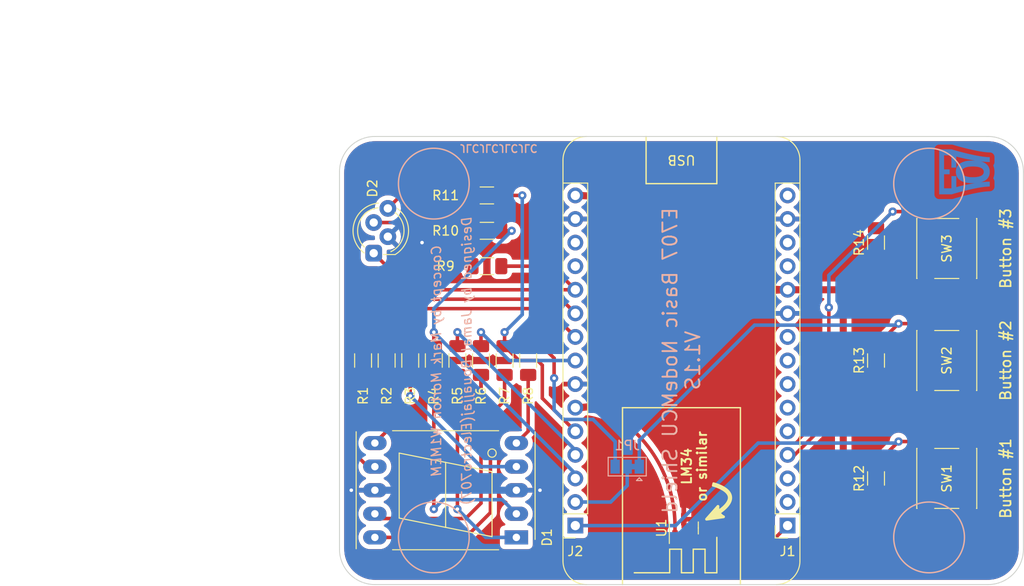
<source format=kicad_pcb>
(kicad_pcb (version 20210228) (generator pcbnew)
  (layers (0 "F.Cu" signal) (31 "B.Cu" signal) (34 "B.Paste" user) (35 "F.Paste" user) (36 "B.SilkS" user "B.Silkscreen") (37 "F.SilkS" user "F.Silkscreen") (38 "B.Mask" user) (39 "F.Mask" user) (44 "Edge.Cuts" user))
  (net 0 "")
  (net 1 "Net-(D1-Pad4)")
  (net 2 "+3V3")
  (net 3 "/BT2")
  (net 4 "/BT1")
  (net 5 "/SEGG")
  (net 6 "/SEGF")
  (net 7 "/SEGE")
  (net 8 "/SEGD")
  (net 9 "/SEGC")
  (net 10 "/SEGB")
  (net 11 "/SEGA")
  (net 12 "GND")
  (net 13 "Net-(D1-Pad2)")
  (net 21 "Net-(D1-Pad5)")
  (net 22 "/TEMP")
  (net 23 "Net-(D1-Pad1)")
  (net 27 "Net-(D1-Pad9)")
  (net 28 "Net-(D1-Pad10)")
  (net 29 "Net-(D2-Pad1)")
  (net 30 "Net-(D2-Pad3)")
  (net 33 "Net-(D2-Pad4)")
  (net 34 "/BT3")
  (net 35 "Net-(D1-Pad7)")
  (net 36 "Net-(D1-Pad6)")
  (net 37 "/SEGDP")
  (net 38 "/IO-C1")
  (footprint "Resistor_SMD:R_1206_3216Metric_Pad1.30x1.75mm_HandSolder" (layer "F.Cu") (at 170.18 51.435 -90)
    (fp_text reference "R2" (at 3.81 0 90) (layer "F.SilkS"))
    (fp_text value "330")
    (pad "1" smd roundrect (at -1.55 0 270) (size 1.3 1.75) (layers "F.Cu" "F.Paste" "F.Mask") (roundrect_rratio 0.1923076923076923) (net 10 "/SEGB"))
    (pad "2" smd roundrect (at 1.55 0 270) (size 1.3 1.75) (layers "F.Cu" "F.Paste" "F.Mask") (roundrect_rratio 0.1923076923076923) (net 36 "Net-(D1-Pad6)"))
  )
  (footprint "Resistor_SMD:R_1206_3216Metric_Pad1.30x1.75mm_HandSolder" (layer "F.Cu") (at 180.975 41.275 180)
    (fp_text reference "R9" (at 4.445 0) (layer "F.SilkS"))
    (fp_text value "330")
    (pad "1" smd roundrect (at -1.55 0 180) (size 1.3 1.75) (layers "F.Cu" "F.Paste" "F.Mask") (roundrect_rratio 0.1923076923076923) (net 11 "/SEGA"))
    (pad "2" smd roundrect (at 1.55 0 180) (size 1.3 1.75) (layers "F.Cu" "F.Paste" "F.Mask") (roundrect_rratio 0.1923076923076923) (net 29 "Net-(D2-Pad1)"))
  )
  (footprint "Resistor_SMD:R_1206_3216Metric_Pad1.30x1.75mm_HandSolder" (layer "F.Cu") (at 182.88 51.435 -90)
    (fp_text reference "R7" (at 3.81 0 90) (layer "F.SilkS"))
    (fp_text value "330")
    (pad "1" smd roundrect (at -1.55 0 270) (size 1.3 1.75) (layers "F.Cu" "F.Paste" "F.Mask") (roundrect_rratio 0.1923076923076923) (net 5 "/SEGG"))
    (pad "2" smd roundrect (at 1.55 0 270) (size 1.3 1.75) (layers "F.Cu" "F.Paste" "F.Mask") (roundrect_rratio 0.1923076923076923) (net 28 "Net-(D1-Pad10)"))
  )
  (footprint "Logo:NPN_6x6mm" (layer "F.Cu") (at 220.98 31.115 90)
    (fp_text reference "Ref**" hide)
    (fp_text value "Val**" hide)
  )
  (footprint "Button_Switch_SMD:SW_Push_1P1T_NO_6x6mm_H9.5mm" (layer "F.Cu") (at 230.505 39.37 90)
    (fp_text reference "SW3" (at 0 0 90) (layer "F.SilkS"))
    (fp_text value "SW_Push")
    (pad "1" smd rect (at -3.975 -2.25 90) (size 1.55 1.3) (layers "F.Cu" "F.Paste" "F.Mask") (net 34 "/BT3"))
    (pad "1" smd rect (at 3.975 -2.25 90) (size 1.55 1.3) (layers "F.Cu" "F.Paste" "F.Mask") (net 34 "/BT3"))
    (pad "2" smd rect (at -3.975 2.25 90) (size 1.55 1.3) (layers "F.Cu" "F.Paste" "F.Mask") (net 12 "GND"))
    (pad "2" smd rect (at 3.975 2.25 90) (size 1.55 1.3) (layers "F.Cu" "F.Paste" "F.Mask") (net 12 "GND"))
  )
  (footprint "Resistor_SMD:R_1206_3216Metric_Pad1.30x1.75mm_HandSolder" (layer "F.Cu") (at 222.885 64.135 90)
    (fp_text reference "R12" (at 0 -1.82 90) (layer "F.SilkS"))
    (fp_text value "1k")
    (pad "1" smd roundrect (at -1.55 0 90) (size 1.3 1.75) (layers "F.Cu" "F.Paste" "F.Mask") (roundrect_rratio 0.1923076923076923) (net 2 "+3V3"))
    (pad "2" smd roundrect (at 1.55 0 90) (size 1.3 1.75) (layers "F.Cu" "F.Paste" "F.Mask") (roundrect_rratio 0.1923076923076923) (net 4 "/BT1"))
  )
  (footprint "Resistor_SMD:R_1206_3216Metric_Pad1.30x1.75mm_HandSolder" (layer "F.Cu") (at 172.72 51.435 -90)
    (fp_text reference "R3" (at 3.81 0 90) (layer "F.SilkS"))
    (fp_text value "330")
    (pad "1" smd roundrect (at -1.55 0 270) (size 1.3 1.75) (layers "F.Cu" "F.Paste" "F.Mask") (roundrect_rratio 0.1923076923076923) (net 9 "/SEGC"))
    (pad "2" smd roundrect (at 1.55 0 270) (size 1.3 1.75) (layers "F.Cu" "F.Paste" "F.Mask") (roundrect_rratio 0.1923076923076923) (net 1 "Net-(D1-Pad4)"))
  )
  (footprint "Resistor_SMD:R_1206_3216Metric_Pad1.30x1.75mm_HandSolder" (layer "F.Cu") (at 185.42 51.435 -90)
    (fp_text reference "R8" (at 3.81 0 90) (layer "F.SilkS"))
    (fp_text value "330")
    (pad "1" smd roundrect (at -1.55 0 270) (size 1.3 1.75) (layers "F.Cu" "F.Paste" "F.Mask") (roundrect_rratio 0.1923076923076923) (net 37 "/SEGDP"))
    (pad "2" smd roundrect (at 1.55 0 270) (size 1.3 1.75) (layers "F.Cu" "F.Paste" "F.Mask") (roundrect_rratio 0.1923076923076923) (net 21 "Net-(D1-Pad5)"))
  )
  (footprint "Resistor_SMD:R_1206_3216Metric_Pad1.30x1.75mm_HandSolder" (layer "F.Cu") (at 222.885 38.735 90)
    (fp_text reference "R14" (at 0 -1.82 90) (layer "F.SilkS"))
    (fp_text value "1k")
    (pad "1" smd roundrect (at -1.55 0 90) (size 1.3 1.75) (layers "F.Cu" "F.Paste" "F.Mask") (roundrect_rratio 0.1923076923076923) (net 2 "+3V3"))
    (pad "2" smd roundrect (at 1.55 0 90) (size 1.3 1.75) (layers "F.Cu" "F.Paste" "F.Mask") (roundrect_rratio 0.1923076923076923) (net 34 "/BT3"))
  )
  (footprint "Resistor_SMD:R_1206_3216Metric_Pad1.30x1.75mm_HandSolder" (layer "F.Cu") (at 222.885 51.435 90)
    (fp_text reference "R13" (at 0 -1.82 90) (layer "F.SilkS"))
    (fp_text value "1k")
    (pad "1" smd roundrect (at -1.55 0 90) (size 1.3 1.75) (layers "F.Cu" "F.Paste" "F.Mask") (roundrect_rratio 0.1923076923076923) (net 2 "+3V3"))
    (pad "2" smd roundrect (at 1.55 0 90) (size 1.3 1.75) (layers "F.Cu" "F.Paste" "F.Mask") (roundrect_rratio 0.1923076923076923) (net 3 "/BT2"))
  )
  (footprint "Resistor_SMD:R_1206_3216Metric_Pad1.30x1.75mm_HandSolder" (layer "F.Cu") (at 180.975 33.655 180)
    (fp_text reference "R11" (at 4.445 0) (layer "F.SilkS"))
    (fp_text value "330")
    (pad "1" smd roundrect (at -1.55 0 180) (size 1.3 1.75) (layers "F.Cu" "F.Paste" "F.Mask") (roundrect_rratio 0.1923076923076923) (net 5 "/SEGG"))
    (pad "2" smd roundrect (at 1.55 0 180) (size 1.3 1.75) (layers "F.Cu" "F.Paste" "F.Mask") (roundrect_rratio 0.1923076923076923) (net 33 "Net-(D2-Pad4)"))
  )
  (footprint "Button_Switch_SMD:SW_Push_1P1T_NO_6x6mm_H9.5mm" (layer "F.Cu") (at 230.505 64.135 90)
    (fp_text reference "SW1" (at 0 0 90) (layer "F.SilkS"))
    (fp_text value "SW_Push")
    (pad "1" smd rect (at 3.975 -2.25 90) (size 1.55 1.3) (layers "F.Cu" "F.Paste" "F.Mask") (net 4 "/BT1"))
    (pad "1" smd rect (at -3.975 -2.25 90) (size 1.55 1.3) (layers "F.Cu" "F.Paste" "F.Mask") (net 4 "/BT1"))
    (pad "2" smd rect (at 3.975 2.25 90) (size 1.55 1.3) (layers "F.Cu" "F.Paste" "F.Mask") (net 12 "GND"))
    (pad "2" smd rect (at -3.975 2.25 90) (size 1.55 1.3) (layers "F.Cu" "F.Paste" "F.Mask") (net 12 "GND"))
  )
  (footprint "Package_TO_SOT_SMD:SOT-23" (layer "F.Cu") (at 202.184 69.469 90)
    (fp_text reference "U1" (at 0 -2.4 90) (layer "F.SilkS"))
    (fp_text value "MCP9700AT-ETT")
    (pad "1" smd roundrect (at -0.9375 -0.95 90) (size 1.475 0.6) (layers "F.Cu" "F.Paste" "F.Mask") (net 2 "+3V3"))
    (pad "2" smd roundrect (at -0.9375 0.95 90) (size 1.475 0.6) (layers "F.Cu" "F.Paste" "F.Mask") (net 22 "/TEMP"))
    (pad "3" smd roundrect (at 0.9375 0 90) (size 1.475 0.6) (layers "F.Cu" "F.Paste" "F.Mask") (net 12 "GND"))
  )
  (footprint "Resistor_SMD:R_1206_3216Metric_Pad1.30x1.75mm_HandSolder" (layer "F.Cu") (at 180.34 51.435 -90)
    (fp_text reference "R6" (at 3.81 0 90) (layer "F.SilkS"))
    (fp_text value "330")
    (pad "1" smd roundrect (at -1.55 0 270) (size 1.3 1.75) (layers "F.Cu" "F.Paste" "F.Mask") (roundrect_rratio 0.1923076923076923) (net 6 "/SEGF"))
    (pad "2" smd roundrect (at 1.55 0 270) (size 1.3 1.75) (layers "F.Cu" "F.Paste" "F.Mask") (roundrect_rratio 0.1923076923076923) (net 27 "Net-(D1-Pad9)"))
  )
  (footprint "Resistor_SMD:R_1206_3216Metric_Pad1.30x1.75mm_HandSolder" (layer "F.Cu") (at 180.975 37.465 180)
    (fp_text reference "R10" (at 4.445 0) (layer "F.SilkS"))
    (fp_text value "330")
    (pad "1" smd roundrect (at -1.55 0 180) (size 1.3 1.75) (layers "F.Cu" "F.Paste" "F.Mask") (roundrect_rratio 0.1923076923076923) (net 8 "/SEGD"))
    (pad "2" smd roundrect (at 1.55 0 180) (size 1.3 1.75) (layers "F.Cu" "F.Paste" "F.Mask") (roundrect_rratio 0.1923076923076923) (net 30 "Net-(D2-Pad3)"))
  )
  (footprint "Resistor_SMD:R_1206_3216Metric_Pad1.30x1.75mm_HandSolder" (layer "F.Cu") (at 167.64 51.435 -90)
    (fp_text reference "R1" (at 3.81 0 -90) (layer "F.SilkS"))
    (fp_text value "330")
    (pad "1" smd roundrect (at -1.55 0 270) (size 1.3 1.75) (layers "F.Cu" "F.Paste" "F.Mask") (roundrect_rratio 0.1923076923076923) (net 11 "/SEGA"))
    (pad "2" smd roundrect (at 1.55 0 270) (size 1.3 1.75) (layers "F.Cu" "F.Paste" "F.Mask") (roundrect_rratio 0.1923076923076923) (net 35 "Net-(D1-Pad7)"))
  )
  (footprint "Connector_PinSocket_2.54mm:PinSocket_1x15_P2.54mm_Vertical" (layer "F.Cu") (at 213.36 69.215 180)
    (fp_text reference "J1" (at 0 -2.77 180) (layer "F.SilkS"))
    (fp_text value "Conn_01x15_Female")
    (pad "1" thru_hole rect (at 0 0 180) (size 1.7 1.7) (drill 1) (layers *.Cu *.Mask) (net 22 "/TEMP"))
    (pad "2" thru_hole oval (at 0 2.54 180) (size 1.7 1.7) (drill 1) (layers *.Cu *.Mask))
    (pad "3" thru_hole oval (at 0 5.08 180) (size 1.7 1.7) (drill 1) (layers *.Cu *.Mask))
    (pad "4" thru_hole oval (at 0 7.62 180) (size 1.7 1.7) (drill 1) (layers *.Cu *.Mask) (net 34 "/BT3"))
    (pad "5" thru_hole oval (at 0 10.16 180) (size 1.7 1.7) (drill 1) (layers *.Cu *.Mask))
    (pad "6" thru_hole oval (at 0 12.7 180) (size 1.7 1.7) (drill 1) (layers *.Cu *.Mask))
    (pad "7" thru_hole oval (at 0 15.24 180) (size 1.7 1.7) (drill 1) (layers *.Cu *.Mask))
    (pad "8" thru_hole oval (at 0 17.78 180) (size 1.7 1.7) (drill 1) (layers *.Cu *.Mask))
    (pad "9" thru_hole oval (at 0 20.32 180) (size 1.7 1.7) (drill 1) (layers *.Cu *.Mask))
    (pad "10" thru_hole oval (at 0 22.86 180) (size 1.7 1.7) (drill 1) (layers *.Cu *.Mask) (net 12 "GND"))
    (pad "11" thru_hole oval (at 0 25.4 180) (size 1.7 1.7) (drill 1) (layers *.Cu *.Mask) (net 2 "+3V3"))
    (pad "12" thru_hole oval (at 0 27.94 180) (size 1.7 1.7) (drill 1) (layers *.Cu *.Mask))
    (pad "13" thru_hole oval (at 0 30.48 180) (size 1.7 1.7) (drill 1) (layers *.Cu *.Mask))
    (pad "14" thru_hole oval (at 0 33.02 180) (size 1.7 1.7) (drill 1) (layers *.Cu *.Mask) (net 12 "GND"))
    (pad "15" thru_hole oval (at 0 35.56 180) (size 1.7 1.7) (drill 1) (layers *.Cu *.Mask))
  )
  (footprint "Connector_PinSocket_2.54mm:PinSocket_1x15_P2.54mm_Vertical" (layer "F.Cu") (at 190.5 69.215 180)
    (fp_text reference "J2" (at 0 -2.77 180) (layer "F.SilkS"))
    (fp_text value "Conn_01x15_Female")
    (pad "1" thru_hole rect (at 0 0 180) (size 1.7 1.7) (drill 1) (layers *.Cu *.Mask) (net 4 "/BT1"))
    (pad "2" thru_hole oval (at 0 2.54 180) (size 1.7 1.7) (drill 1) (layers *.Cu *.Mask) (net 38 "/IO-C1"))
    (pad "3" thru_hole oval (at 0 5.08 180) (size 1.7 1.7) (drill 1) (layers *.Cu *.Mask) (net 8 "/SEGD"))
    (pad "4" thru_hole oval (at 0 7.62 180) (size 1.7 1.7) (drill 1) (layers *.Cu *.Mask) (net 7 "/SEGE"))
    (pad "5" thru_hole oval (at 0 10.16 180) (size 1.7 1.7) (drill 1) (layers *.Cu *.Mask) (net 5 "/SEGG"))
    (pad "6" thru_hole oval (at 0 12.7 180) (size 1.7 1.7) (drill 1) (layers *.Cu *.Mask) (net 2 "+3V3"))
    (pad "7" thru_hole oval (at 0 15.24 180) (size 1.7 1.7) (drill 1) (layers *.Cu *.Mask) (net 12 "GND"))
    (pad "8" thru_hole oval (at 0 17.78 180) (size 1.7 1.7) (drill 1) (layers *.Cu *.Mask) (net 6 "/SEGF"))
    (pad "9" thru_hole oval (at 0 20.32 180) (size 1.7 1.7) (drill 1) (layers *.Cu *.Mask) (net 9 "/SEGC"))
    (pad "10" thru_hole oval (at 0 22.86 180) (size 1.7 1.7) (drill 1) (layers *.Cu *.Mask) (net 10 "/SEGB"))
    (pad "11" thru_hole oval (at 0 25.4 180) (size 1.7 1.7) (drill 1) (layers *.Cu *.Mask) (net 11 "/SEGA"))
    (pad "12" thru_hole oval (at 0 27.94 180) (size 1.7 1.7) (drill 1) (layers *.Cu *.Mask))
    (pad "13" thru_hole oval (at 0 30.48 180) (size 1.7 1.7) (drill 1) (layers *.Cu *.Mask))
    (pad "14" thru_hole oval (at 0 33.02 180) (size 1.7 1.7) (drill 1) (layers *.Cu *.Mask) (net 12 "GND"))
    (pad "15" thru_hole oval (at 0 35.56 180) (size 1.7 1.7) (drill 1) (layers *.Cu *.Mask) (net 2 "+3V3"))
  )
  (footprint "Resistor_SMD:R_1206_3216Metric_Pad1.30x1.75mm_HandSolder" (layer "F.Cu") (at 175.26 51.435 -90)
    (fp_text reference "R4" (at 3.81 0 90) (layer "F.SilkS"))
    (fp_text value "330")
    (pad "1" smd roundrect (at -1.55 0 270) (size 1.3 1.75) (layers "F.Cu" "F.Paste" "F.Mask") (roundrect_rratio 0.1923076923076923) (net 8 "/SEGD"))
    (pad "2" smd roundrect (at 1.55 0 270) (size 1.3 1.75) (layers "F.Cu" "F.Paste" "F.Mask") (roundrect_rratio 0.1923076923076923) (net 13 "Net-(D1-Pad2)"))
  )
  (footprint "Resistor_SMD:R_1206_3216Metric_Pad1.30x1.75mm_HandSolder" (layer "F.Cu") (at 177.8 51.435 -90)
    (fp_text reference "R5" (at 3.81 0 90) (layer "F.SilkS"))
    (fp_text value "330")
    (pad "1" smd roundrect (at -1.55 0 270) (size 1.3 1.75) (layers "F.Cu" "F.Paste" "F.Mask") (roundrect_rratio 0.1923076923076923) (net 7 "/SEGE"))
    (pad "2" smd roundrect (at 1.55 0 270) (size 1.3 1.75) (layers "F.Cu" "F.Paste" "F.Mask") (roundrect_rratio 0.1923076923076923) (net 23 "Net-(D1-Pad1)"))
  )
  (footprint "Button_Switch_SMD:SW_Push_1P1T_NO_6x6mm_H9.5mm" (layer "F.Cu") (at 230.505 51.435 90)
    (fp_text reference "SW2" (at 0 0 90) (layer "F.SilkS"))
    (fp_text value "SW_Push")
    (pad "1" smd rect (at 3.975 -2.25 90) (size 1.55 1.3) (layers "F.Cu" "F.Paste" "F.Mask") (net 3 "/BT2"))
    (pad "1" smd rect (at -3.975 -2.25 90) (size 1.55 1.3) (layers "F.Cu" "F.Paste" "F.Mask") (net 3 "/BT2"))
    (pad "2" smd rect (at -3.975 2.25 90) (size 1.55 1.3) (layers "F.Cu" "F.Paste" "F.Mask") (net 12 "GND"))
    (pad "2" smd rect (at 3.975 2.25 90) (size 1.55 1.3) (layers "F.Cu" "F.Paste" "F.Mask") (net 12 "GND"))
  )
  (footprint "Display_7Segment:7SegmentLED_LTS6760_LTS6780" (layer "F.Cu") (at 184.15 70.485 180)
    (fp_text reference "D1" (at -3.302 0 90) (layer "F.SilkS"))
    (fp_text value "SM420561N")
    (pad "1" thru_hole rect (at 0 0 90) (size 1.524 2.524) (drill 0.8) (layers *.Cu *.Mask) (net 23 "Net-(D1-Pad1)"))
    (pad "2" thru_hole oval (at 0 2.54 90) (size 1.524 2.524) (drill 0.8) (layers *.Cu *.Mask) (net 13 "Net-(D1-Pad2)"))
    (pad "3" thru_hole oval (at 0 5.08 90) (size 1.524 2.524) (drill 0.8) (layers *.Cu *.Mask) (net 12 "GND"))
    (pad "4" thru_hole oval (at 0 7.62 90) (size 1.524 2.524) (drill 0.8) (layers *.Cu *.Mask) (net 1 "Net-(D1-Pad4)"))
    (pad "5" thru_hole oval (at 0 10.16 90) (size 1.524 2.524) (drill 0.8) (layers *.Cu *.Mask) (net 21 "Net-(D1-Pad5)"))
    (pad "6" thru_hole oval (at 15.24 10.16 90) (size 1.524 2.524) (drill 0.8) (layers *.Cu *.Mask) (net 36 "Net-(D1-Pad6)"))
    (pad "7" thru_hole oval (at 15.24 7.62 90) (size 1.524 2.524) (drill 0.8) (layers *.Cu *.Mask) (net 35 "Net-(D1-Pad7)"))
    (pad "8" thru_hole oval (at 15.24 5.08 90) (size 1.524 2.524) (drill 0.8) (layers *.Cu *.Mask) (net 12 "GND"))
    (pad "9" thru_hole oval (at 15.24 2.54 90) (size 1.524 2.524) (drill 0.8) (layers *.Cu *.Mask) (net 27 "Net-(D1-Pad9)"))
    (pad "10" thru_hole oval (at 15.24 0 90) (size 1.524 2.524) (drill 0.8) (layers *.Cu *.Mask) (net 28 "Net-(D1-Pad10)"))
  )
  (footprint "LED_THT:LED_D5.0mm-4_RGB_Staggered_Pins" (layer "F.Cu") (at 168.785 39.875 90)
    (fp_text reference "D2" (at 6.982 -0.129 90) (layer "F.SilkS"))
    (fp_text value "LED_RKGB")
    (pad "1" thru_hole roundrect (at 0 0 90) (size 1.8 1.8) (drill 0.9) (layers *.Cu *.Mask) (net 29 "Net-(D2-Pad1)"))
    (pad "2" thru_hole circle (at 1.778 1.524 90) (size 1.8 1.8) (drill 0.9) (layers *.Cu *.Mask) (net 12 "GND"))
    (pad "3" thru_hole circle (at 3.302 0 90) (size 1.8 1.8) (drill 0.9) (layers *.Cu *.Mask) (net 30 "Net-(D2-Pad3)"))
    (pad "4" thru_hole circle (at 4.826 1.524 90) (size 1.8 1.8) (drill 0.9) (layers *.Cu *.Mask) (net 33 "Net-(D2-Pad4)"))
  )
  (footprint "Logo:NPN_6x6mm" (layer "B.Cu") (at 220.98 71.755 -90)
    (fp_text reference "Ref**" hide)
    (fp_text value "Val**" hide)
  )
  (footprint "Jumper:SolderJumper-3_P1.3mm_Bridged12_Pad1.0x1.5mm" (layer "B.Cu") (at 196.088 62.865 180)
    (fp_text reference "JP1" (at 0 2.286) (layer "B.SilkS") (effects (justify mirror)))
    (fp_text value "SolderJumper_3_Bridged12")
    (fp_poly (pts (xy -0.9 0.3) (xy -0.4 0.3) (xy -0.4 -0.3) (xy -0.9 -0.3)) (layer "B.Cu") (width 0) (fill solid))
    (pad "1" smd rect (at -1.3 0 180) (size 1 1.5) (layers "B.Cu" "B.Mask") (net 3 "/BT2"))
    (pad "2" smd rect (at 0 0 180) (size 1 1.5) (layers "B.Cu" "B.Mask") (net 38 "/IO-C1"))
    (pad "3" smd rect (at 1.3 0 180) (size 1 1.5) (layers "B.Cu" "B.Mask") (net 37 "/SEGDP"))
  )
  (footprint "Logo:new_707_logo_6x6.6" (layer "B.Cu") (at 232.41 31.115 -90)
    (fp_text reference "G***" hide)
    (fp_text value "LOGO" hide)
    (fp_poly (pts (xy 2.41819 1.372249) (xy 2.396664 1.305673) (xy 2.379427 1.250958) (xy 2.359666 1.185745) (xy 2.337697 1.111195) (xy 2.313836 1.028468) (xy 2.288401 0.938727) (xy 2.261706 0.843133) (xy 2.23407 0.742846) (xy 2.205808 0.639029) (xy 2.177237 0.532842) (xy 2.148673 0.425447) (xy 2.120432 0.318004) (xy 2.092833 0.211677) (xy 2.066189 0.107624) (xy 2.040819 0.007009) (xy 2.021235 -0.071924) (xy 1.956662 -0.339246) (xy 1.897184 -0.595728) (xy 1.842798 -0.841394) (xy 1.793498 -1.076268) (xy 1.749281 -1.300375) (xy 1.710143 -1.513739) (xy 1.67608 -1.716382) (xy 1.647087 -1.90833) (xy 1.62316 -2.089605) (xy 1.604295 -2.260233) (xy 1.590488 -2.420237) (xy 1.581735 -2.569641) (xy 1.580429 -2.602705) (xy 1.576303 -2.718214) (xy 1.062083 -2.718214) (xy 1.062141 -2.638708) (xy 1.063324 -2.554964) (xy 1.066776 -2.461521) (xy 1.072519 -2.358057) (xy 1.080578 -2.24425) (xy 1.090976 -2.119777) (xy 1.103737 -1.984317) (xy 1.118885 -1.837546) (xy 1.125272 -1.778743) (xy 1.125539 -1.770387) (xy 1.123318 -1.772036) (xy 1.118434 -1.784104) (xy 1.110713 -1.807007) (xy 1.102458 -1.833145) (xy 1.058045 -1.961649) (xy 1.007753 -2.079761) (xy 0.951491 -2.187601) (xy 0.889168 -2.285291) (xy 0.820694 -2.37295) (xy 0.745978 -2.4507) (xy 0.664929 -2.51866) (xy 0.577456 -2.576952) (xy 0.519041 -2.60875) (xy 0.438495 -2.644961) (xy 0.356109 -2.673463) (xy 0.270069 -2.694638) (xy 0.178559 -2.708869) (xy 0.079767 -2.716538) (xy 0 -2.718214) (xy -0.105586 -2.715192) (xy -0.202524 -2.705874) (xy -0.29261 -2.68988) (xy -0.377636 -2.666833) (xy -0.459397 -2.636355) (xy -0.518914 -2.608763) (xy -0.575805 -2.578348) (xy -0.626451 -2.546848) (xy -0.674082 -2.511916) (xy -0.721928 -2.471205) (xy -0.767136 -2.42838) (xy -0.837043 -2.352516) (xy -0.900815 -2.268394) (xy -0.958772 -2.175448) (xy -1.011234 -2.073109) (xy -1.058521 -1.96081) (xy -1.100951 -1.837985) (xy -1.102459 -1.833145) (xy -1.112554 -1.801355) (xy -1.119673 -1.780729) (xy -1.123992 -1.770853) (xy -1.125683 -1.77131) (xy -1.125272 -1.778743) (xy -1.109211 -1.929896) (xy -1.095546 -2.069616) (xy -1.084253 -2.198226) (xy -1.075308 -2.316048) (xy -1.068687 -2.423404) (xy -1.064368 -2.520617) (xy -1.062325 -2.608009) (xy -1.062141 -2.638708) (xy -1.062084 -2.718214) (xy -1.578125 -2.718214) (xy -1.578212 -2.66871) (xy -1.578816 -2.634732) (xy -1.580429 -2.591312) (xy -1.582904 -2.540957) (xy -1.586093 -2.486169) (xy -1.589848 -2.429455) (xy -1.594021 -2.373318) (xy -1.598464 -2.320262) (xy -1.599378 -2.310182) (xy -1.6157 -2.152954) (xy -1.636703 -1.985137) (xy -1.6623 -1.807156) (xy -1.674009 -1.734137) (xy -1.13409 -1.734137) (xy -1.131894 -1.739076) (xy -1.130089 -1.738137) (xy -1.129371 -1.731016) (xy -1.130089 -1.730137) (xy -1.133657 -1.73096) (xy -1.13409 -1.734137) (xy -1.674009 -1.734137) (xy -1.692403 -1.619436) (xy -1.726926 -1.422401) (xy -1.76578 -1.216477) (xy -1.80888 -1.002087) (xy -1.856137 -0.779656) (xy -1.907464 -0.549609) (xy -1.962775 -0.312371) (xy -2.021982 -0.068366) (xy -2.084998 0.181981) (xy -2.151735 0.438246) (xy -2.203089 0.630049) (xy -2.219704 0.690959) (xy -2.237759 0.756343) (xy -2.256807 0.824641) (xy -2.276402 0.894294) (xy -2.296098 0.963742) (xy -2.315448 1.031426) (xy -2.334005 1.095787) (xy -2.351324 1.155264) (xy -2.366958 1.208298) (xy -2.38046 1.25333) (xy -2.391384 1.2888) (xy -2.394035 1.297164) (xy -2.418191 1.372723) (xy -2.418191 2.202173) (xy -1.782141 2.202173) (xy -1.782141 1.39811) (xy -0.462037 1.39811) (xy -0.462037 0.882069) (xy -1.654092 0.882069) (xy -1.633705 0.811564) (xy -1.612682 0.736506) (xy -1.589905 0.650823) (xy -1.565654 0.555718) (xy -1.540209 0.452391) (xy -1.513853 0.342047) (xy -1.486865 0.225886) (xy -1.459526 0.10511) (xy -1.432117 -0.019077) (xy -1.404919 -0.145475) (xy -1.378213 -0.27288) (xy -1.362191 -0.351028) (xy -1.352471 -0.399569) (xy -1.341455 -0.455802) (xy -1.329457 -0.518034) (xy -1.31679 -0.584571) (xy -1.303767 -0.65372) (xy -1.290703 -0.723787) (xy -1.277909 -0.79308) (xy -1.265701 -0.859905) (xy -1.25439 -0.922568) (xy -1.244291 -0.979376) (xy -1.235718 -1.028636) (xy -1.228983 -1.068654) (xy -1.226416 -1.084586) (xy -1.222177 -1.111285) (xy -1.218678 -1.132997) (xy -1.216301 -1.147371) (xy -1.215433 -1.152091) (xy -1.215361 -1.1463) (xy -1.215293 -1.129757) (xy -1.215233 -1.103716) (xy -1.215182 -1.069426) (xy -1.215141 -1.028139) (xy -1.215113 -0.981104) (xy -1.215098 -0.929573) (xy -1.215096 -0.904572) (xy -1.215015 -0.871861) (xy -0.578397 -0.871861) (xy -0.578368 -0.935562) (xy -0.577835 -0.998034) (xy -0.576798 -1.057076) (xy -0.575256 -1.110484) (xy -0.57321 -1.156055) (xy -0.570978 -1.188094) (xy -0.556224 -1.321629) (xy -0.536432 -1.444449) (xy -0.511613 -1.556531) (xy -0.481779 -1.657853) (xy -0.446943 -1.748394) (xy -0.407116 -1.82813) (xy -0.36231 -1.89704) (xy -0.312538 -1.955102) (xy -0.25781 -2.002293) (xy -0.198138 -2.038592) (xy -0.133536 -2.063975) (xy -0.09602 -2.073253) (xy -0.050254 -2.07936) (xy 0.001035 -2.081273) (xy 0.052118 -2.078981) (xy 0.09136 -2.073667) (xy 0.159442 -2.054712) (xy 0.222489 -2.024867) (xy 0.2805 -1.984133) (xy 0.333473 -1.932515) (xy 0.381405 -1.870017) (xy 0.424295 -1.796641) (xy 0.452373 -1.734137) (xy 1.128089 -1.734137) (xy 1.130284 -1.739076) (xy 1.132089 -1.738137) (xy 1.132807 -1.731016) (xy 1.132089 -1.730137) (xy 1.128522 -1.73096) (xy 1.128089 -1.734137) (xy 0.452373 -1.734137) (xy 0.462142 -1.712392) (xy 0.494942 -1.617273) (xy 0.522695 -1.511286) (xy 0.545397 -1.394437) (xy 0.563049 -1.266728) (xy 0.570935 -1.188094) (xy 0.573405 -1.151406) (xy 0.575377 -1.104927) (xy 0.576849 -1.050857) (xy 0.577823 -0.991397) (xy 0.578297 -0.928746) (xy 0.578272 -0.865104) (xy 0.577749 -0.802671) (xy 0.576726 -0.743647) (xy 0.575204 -0.690232) (xy 0.573183 -0.644626) (xy 0.570935 -0.612049) (xy 0.556355 -0.479006) (xy 0.536862 -0.356852) (xy 0.512432 -0.245519) (xy 0.48304 -0.144936) (xy 0.448665 -0.055034) (xy 0.409281 0.024256) (xy 0.364867 0.093006) (xy 0.315398 0.151283) (xy 0.31284 0.153874) (xy 0.257941 0.201361) (xy 0.198552 0.237786) (xy 0.134369 0.263275) (xy 0.06509 0.277952) (xy 0 0.282022) (xy -0.074317 0.276576) (xy -0.143596 0.260237) (xy -0.207838 0.233005) (xy -0.267042 0.194882) (xy -0.321209 0.145866) (xy -0.370339 0.085958) (xy -0.414431 0.015158) (xy -0.453485 -0.066535) (xy -0.487502 -0.159119) (xy -0.516481 -0.262595) (xy -0.540422 -0.376962) (xy -0.559325 -0.502222) (xy -0.570978 -0.612049) (xy -0.57347 -0.648842) (xy -0.575458 -0.695424) (xy -0.576942 -0.749589) (xy -0.577922 -0.809136) (xy -0.578397 -0.871861) (xy -1.215015 -0.871861) (xy -1.214898 -0.82518) (xy -1.214226 -0.755741) (xy -1.212967 -0.694214) (xy -1.211005 -0.638555) (xy -1.208226 -0.586722) (xy -1.204515 -0.536674) (xy -1.199758 -0.486368) (xy -1.193839 -0.433761) (xy -1.186645 -0.376812) (xy -1.184599 -0.361397) (xy -1.160031 -0.208353) (xy -1.128529 -0.064457) (xy -1.090144 0.07015) (xy -1.044928 0.195327) (xy -0.992933 0.310934) (xy -0.934209 0.41683) (xy -0.868809 0.512876) (xy -0.8588 0.525945) (xy -0.833528 0.556539) (xy -0.802865 0.590706) (xy -0.769514 0.625669) (xy -0.73618 0.65865) (xy -0.705566 0.68687) (xy -0.687054 0.70242) (xy -0.601033 0.762983) (xy -0.508032 0.814086) (xy -0.408848 0.855413) (xy -0.304273 0.886649) (xy -0.195102 0.907477) (xy -0.160749 0.911739) (xy -0.123095 0.914741) (xy -0.076914 0.916737) (xy -0.025639 0.917727) (xy 0.027298 0.917711) (xy 0.078465 0.916689) (xy 0.124429 0.914662) (xy 0.160749 0.911739) (xy 0.273215 0.893972) (xy 0.379749 0.865814) (xy 0.480274 0.827347) (xy 0.574716 0.778654) (xy 0.663001 0.719817) (xy 0.745051 0.65092) (xy 0.820794 0.572043) (xy 0.890153 0.483272) (xy 0.953054 0.384687) (xy 1.009422 0.276372) (xy 1.059181 0.158409) (xy 1.102256 0.03088) (xy 1.138573 -0.10613) (xy 1.155145 -0.183015) (xy 1.169905 -0.261514) (xy 1.182255 -0.337648) (xy 1.192356 -0.413346) (xy 1.20037 -0.490535) (xy 1.206457 -0.571143) (xy 1.210779 -0.657099) (xy 1.213496 -0.750329) (xy 1.214769 -0.852763) (xy 1.214912 -0.8989) (xy 1.215095 -1.152749) (xy 1.225683 -1.087915) (xy 1.243951 -0.979149) (xy 1.264227 -0.864046) (xy 1.28626 -0.743771) (xy 1.3098 -0.61949) (xy 1.334598 -0.492369) (xy 1.360403 -0.363574) (xy 1.386966 -0.234271) (xy 1.414036 -0.105625) (xy 1.441363 0.021197) (xy 1.468697 0.145031) (xy 1.495789 0.264709) (xy 1.522388 0.379067) (xy 1.548244 0.486938) (xy 1.573107 0.587156) (xy 1.596728 0.678556) (xy 1.618856 0.759972) (xy 1.631333 0.803615) (xy 1.654266 0.882069) (xy 0.462036 0.882069) (xy 0.462036 1.39811) (xy 1.78214 1.39811) (xy 1.78214 2.202173) (xy 0.25802 2.202173) (xy 0.25802 1.602126) (xy -0.258021 1.602126) (xy -0.258021 2.202173) (xy -1.782141 2.202173) (xy -2.418191 2.202173) (xy -2.418191 2.718214) (xy 2.41819 2.718214) (xy 2.41819 1.372249)) (layer "B.Cu") (width 0.01) (fill solid))
  )
  (gr_circle (center 228.6 32.385) (end 232.41 32.385) (layer "B.SilkS") (width 0.1524) (fill none))
  (gr_circle (center 175.26 70.485) (end 179.07 70.485) (layer "B.SilkS") (width 0.1524) (fill none))
  (gr_circle (center 175.26 32.385) (end 179.07 32.385) (layer "B.SilkS") (width 0.1524) (fill none))
  (gr_circle (center 228.6 70.485) (end 232.41 70.485) (layer "B.SilkS") (width 0.1524) (fill none))
  (gr_arc (start 212.15 73.025) (end 212.15 75.565) (angle -90) (layer "F.SilkS") (width 0.12))
  (gr_line (start 201.93 74.295) (end 203.2 74.295) (layer "F.SilkS") (width 0.15))
  (gr_line (start 203.2 74.295) (end 203.2 71.755) (layer "F.SilkS") (width 0.15))
  (gr_line (start 200.66 74.295) (end 200.66 71.755) (layer "F.SilkS") (width 0.15))
  (gr_poly (pts (xy 206.498786 68.303706) (xy 206.497372 68.305148) (xy 206.495902 68.306527) (xy 206.494382 68.307843) (xy 206.492813 68.309096) (xy 206.491202 68.310279) (xy 206.48954 68.311396) (xy 206.487836 68.312447) (xy 206.486099 68.313426) (xy 206.484319 68.314336) (xy 206.482501 68.315173) (xy 206.480651 68.315937) (xy 206.478772 68.316626) (xy 206.476857 68.317241) (xy 206.474923 68.317776) (xy 206.47296 68.318235) (xy 206.470978 68.318616) (xy 204.638565 68.575974) (xy 204.634458 68.57631) (xy 204.630447 68.576327) (xy 204.626547 68.576037) (xy 204.622764 68.57546) (xy 204.619105 68.574601) (xy 204.615579 68.573476) (xy 204.61219 68.572103) (xy 204.608945 68.570491) (xy 204.60585 68.568651) (xy 204.602922 68.566607) (xy 204.600158 68.564359) (xy 204.597574 68.561928) (xy 204.59517 68.559328) (xy 204.592952 68.55657) (xy 204.590938 68.553665) (xy 204.589126 68.550633) (xy 204.58753 68.547484) (xy 204.586149 68.54423) (xy 204.584999 68.540884) (xy 204.58408 68.537461) (xy 204.583406 68.533977) (xy 204.582983 68.530444) (xy 204.582812 68.526874) (xy 204.582909 68.523279) (xy 204.583272 68.519673) (xy 204.58392 68.516075) (xy 204.584857 68.51249) (xy 204.586082 68.508937) (xy 204.587609 68.505428) (xy 204.589445 68.50198) (xy 204.591597 68.498596) (xy 204.594076 68.495301) (xy 205.823138 67.109564) (xy 205.826262 67.106265) (xy 205.829539 67.103342) (xy 205.832948 67.100778) (xy 205.83647 67.098575) (xy 205.840086 67.096723) (xy 205.843782 67.095208) (xy 205.847541 67.094029) (xy 205.851341 67.093174) (xy 205.85517 67.092631) (xy 205.859003 67.092402) (xy 205.862829 67.092473) (xy 205.866625 67.092834) (xy 205.870381 67.093485) (xy 205.874075 67.094402) (xy 205.877687 67.095595) (xy 205.881202 67.097045) (xy 205.884597 67.098754) (xy 205.887864 67.100699) (xy 205.890982 67.102887) (xy 205.89393 67.105301) (xy 205.896692 67.107935) (xy 205.899249 67.110777) (xy 205.901587 67.113825) (xy 205.903691 67.11707) (xy 205.905532 67.120505) (xy 205.9071 67.124118) (xy 205.908379 67.127901) (xy 205.909347 67.13185) (xy 205.90999 67.135955) (xy 205.910288 67.140201) (xy 205.910224 67.144596) (xy 205.909779 67.149118) (xy 205.905116 67.191113) (xy 205.902135 67.232982) (xy 205.900815 67.274694) (xy 205.901134 67.316197) (xy 205.903072 67.357456) (xy 205.9066 67.398422) (xy 205.911704 67.439056) (xy 205.918359 67.479319) (xy 205.926543 67.519172) (xy 205.936232 67.558559) (xy 205.947407 67.597451) (xy 205.960047 67.6358) (xy 205.974125 67.673565) (xy 205.989624 67.710706) (xy 206.006521 67.747182) (xy 206.024794 67.782948) (xy 206.044421 67.817959) (xy 206.065377 67.852179) (xy 206.087643 67.885561) (xy 206.111199 67.918067) (xy 206.13602 67.949654) (xy 206.162083 67.980278) (xy 206.189368 68.009898) (xy 206.217851 68.038475) (xy 206.247516 68.065964) (xy 206.278335 68.092319) (xy 206.310288 68.117507) (xy 206.343356 68.141478) (xy 206.37751 68.164195) (xy 206.412735 68.185614) (xy 206.449006 68.205693) (xy 206.486303 68.224391) (xy 206.489042 68.225905) (xy 206.491641 68.227551) (xy 206.494098 68.229329) (xy 206.496414 68.231234) (xy 206.49859 68.233251) (xy 206.500614 68.235377) (xy 206.502501 68.237602) (xy 206.504237 68.239918) (xy 206.505827 68.242321) (xy 206.507264 68.244799) (xy 206.50855 68.247347) (xy 206.50969 68.249957) (xy 206.510676 68.252626) (xy 206.511505 68.255338) (xy 206.512181 68.258089) (xy 206.5127 68.260876) (xy 206.513062 68.263684) (xy 206.513265 68.266512) (xy 206.513305 68.269347) (xy 206.513189 68.272188) (xy 206.512911 68.275023) (xy 206.512464 68.277843) (xy 206.51186 68.280645) (xy 206.511083 68.283418) (xy 206.510143 68.286159) (xy 206.509034 68.288852) (xy 206.507758 68.291496) (xy 206.506309 68.294083) (xy 206.504687 68.296604) (xy 206.502893 68.299053) (xy 206.500928 68.301425) (xy 206.498786 68.303706)) (layer "F.SilkS") (width 0.2032) (fill solid))
  (gr_line (start 200.66 71.755) (end 201.93 71.755) (layer "F.SilkS") (width 0.15))
  (gr_line (start 195.58 75.565) (end 195.58 56.515) (layer "F.SilkS") (width 0.15))
  (gr_line (start 195.58 56.515) (end 208.28 56.515) (layer "F.SilkS") (width 0.15))
  (gr_line (start 204.47 74.295) (end 205.74 74.295) (layer "F.SilkS") (width 0.15))
  (gr_line (start 205.74 32.385) (end 205.74 27.305) (layer "F.SilkS") (width 0.15))
  (gr_line (start 201.93 71.755) (end 201.93 74.295) (layer "F.SilkS") (width 0.15))
  (gr_line (start 204.47 71.755) (end 204.47 74.295) (layer "F.SilkS") (width 0.15))
  (gr_line (start 189.17 32.325) (end 189.17 29.845) (layer "F.SilkS") (width 0.12))
  (gr_line (start 214.69 67.945) (end 214.69 73.025) (layer "F.SilkS") (width 0.12))
  (gr_line (start 198.12 32.385) (end 205.74 32.385) (layer "F.SilkS") (width 0.15))
  (gr_line (start 205.74 74.295) (end 205.74 70.485) (layer "F.SilkS") (width 0.15))
  (gr_poly (pts (xy 207.121082 66.796375) (xy 207.063988 66.88973) (xy 206.998267 66.984384) (xy 206.923624 67.080398) (xy 206.839749 67.177834) (xy 206.746347 67.276753) (xy 206.643123 67.377215) (xy 206.529771 67.479281) (xy 206.405996 67.583015) (xy 206.271494 67.688475) (xy 206.125968 67.795721) (xy 205.969119 67.904818) (xy 205.800642 68.015826) (xy 205.620238 68.128806) (xy 205.427617 68.243818) (xy 205.222468 68.360925) (xy 205.004497 68.480189) (xy 204.878751 68.247193) (xy 205.092499 68.130095) (xy 205.293038 68.015233) (xy 205.480682 67.902644) (xy 205.655747 67.79237) (xy 205.818555 67.684451) (xy 205.969416 67.578922) (xy 206.108646 67.475829) (xy 206.236563 67.375208) (xy 206.353481 67.277101) (xy 206.459716 67.181547) (xy 206.555584 67.088584) (xy 206.641397 66.99825) (xy 206.717479 66.910596) (xy 206.784142 66.825647) (xy 206.841696 66.743454) (xy 206.890463 66.664052) (xy 206.911757 66.625439) (xy 206.93119 66.587577) (xy 206.9488 66.550448) (xy 206.964615 66.514035) (xy 206.978669 66.478312) (xy 206.990996 66.443265) (xy 207.001635 66.408871) (xy 207.010617 66.375111) (xy 207.017981 66.341967) (xy 207.023759 66.309417) (xy 207.02798 66.277441) (xy 207.030685 66.246022) (xy 207.031904 66.215139) (xy 207.03168 66.184774) (xy 207.030033 66.154907) (xy 207.02701 66.125513) (xy 207.022643 66.096578) (xy 207.016961 66.06808) (xy 207.01 66.04) (xy 207.001797 66.012318) (xy 206.981801 65.95807) (xy 206.957249 65.905179) (xy 206.928412 65.853484) (xy 206.895563 65.802835) (xy 206.858985 65.75307) (xy 206.818949 65.704029) (xy 206.77548 65.65594) (xy 206.728637 65.609162) (xy 206.678731 65.563713) (xy 206.626067 65.519622) (xy 206.570973 65.476913) (xy 206.513749 65.435611) (xy 206.454704 65.395744) (xy 206.39416 65.357336) (xy 206.332428 65.320416) (xy 206.269817 65.285003) (xy 206.14321 65.218819) (xy 206.016839 65.158986) (xy 205.893205 65.105714) (xy 205.77501 65.05903) (xy 205.664874 65.018794) (xy 205.565168 64.984935) (xy 205.478267 64.957386) (xy 205.352382 64.920939) (xy 205.306201 64.908914) (xy 205.369595 64.651053) (xy 205.418796 64.663605) (xy 205.476469 64.679453) (xy 205.552794 64.701815) (xy 205.645217 64.730796) (xy 205.696668 64.7478) (xy 205.751188 64.766498) (xy 205.808457 64.786901) (xy 205.868157 64.809027) (xy 205.929968 64.832881) (xy 205.993572 64.85848) (xy 206.125136 64.914885) (xy 206.260618 64.978447) (xy 206.329074 65.013026) (xy 206.397601 65.049538) (xy 206.465895 65.088024) (xy 206.533653 65.128539) (xy 206.600577 65.171124) (xy 206.666358 65.215828) (xy 206.730692 65.262696) (xy 206.79328 65.311772) (xy 206.85382 65.363112) (xy 206.912001 65.416759) (xy 206.967531 65.472761) (xy 207.020092 65.53116) (xy 207.069136 65.592332) (xy 207.114071 65.656532) (xy 207.154554 65.72361) (xy 207.190246 65.79344) (xy 207.22081 65.865886) (xy 207.245902 65.940808) (xy 207.256294 65.979161) (xy 207.265185 66.018076) (xy 207.272538 66.057545) (xy 207.278316 66.097547) (xy 207.282467 66.138067) (xy 207.284952 66.179087) (xy 207.285732 66.22059) (xy 207.284762 66.262561) (xy 207.281993 66.30498) (xy 207.277399 66.347832) (xy 207.270918 66.391097) (xy 207.262521 66.434762) (xy 207.252159 66.478808) (xy 207.23979 66.523218) (xy 207.225372 66.567974) (xy 207.208865 66.613062) (xy 207.190226 66.658464) (xy 207.169414 66.704159) (xy 207.146374 66.750136) (xy 207.121082 66.796375)) (layer "F.SilkS") (width 0.2032) (fill solid))
  (gr_line (start 198.12 27.305) (end 198.12 32.385) (layer "F.SilkS") (width 0.15))
  (gr_arc (start 191.71 29.845) (end 191.71 27.305) (angle -90) (layer "F.SilkS") (width 0.12))
  (gr_line (start 189.17 67.945) (end 189.17 73.025) (layer "F.SilkS") (width 0.12))
  (gr_line (start 196.85 74.295) (end 200.66 74.295) (layer "F.SilkS") (width 0.15))
  (gr_line (start 203.2 71.755) (end 204.47 71.755) (layer "F.SilkS") (width 0.15))
  (gr_line (start 208.28 56.515) (end 208.28 75.565) (layer "F.SilkS") (width 0.15))
  (gr_line (start 214.69 32.325) (end 214.69 29.845) (layer "F.SilkS") (width 0.12))
  (gr_arc (start 212.15 29.845) (end 214.69 29.845) (angle -90) (layer "F.SilkS") (width 0.12))
  (gr_arc (start 191.71 73.025) (end 189.17 73.025) (angle -90) (layer "F.SilkS") (width 0.12))
  (gr_arc (start 234.95 31.115) (end 234.95 27.305) (angle 90) (layer "Edge.Cuts") (width 0.1))
  (gr_line (start 234.95 27.305) (end 168.91 27.305) (layer "Edge.Cuts") (width 0.1))
  (gr_arc (start 234.95 71.755) (end 234.95 75.565) (angle -90) (layer "Edge.Cuts") (width 0.1))
  (gr_line (start 238.76 71.755) (end 238.76 31.115) (layer "Edge.Cuts") (width 0.1))
  (gr_arc (start 168.91 31.115) (end 168.91 27.305) (angle -90) (layer "Edge.Cuts") (width 0.1))
  (gr_line (start 168.91 75.565) (end 234.95 75.565) (layer "Edge.Cuts") (width 0.1))
  (gr_arc (start 168.91 71.755) (end 165.1 71.755) (angle -90) (layer "Edge.Cuts") (width 0.1))
  (gr_line (start 165.1 31.115) (end 165.1 71.755) (layer "Edge.Cuts") (width 0.1))
  (gr_text "JLCJLCJLCJLC" (at 182.245 28.575 180) (layer "B.SilkS") (effects (font (size 0.8128 0.8128) (thickness 0.1524)) (justify mirror)))
  (gr_text "E707 Basic NodeMCU Shield\nV1.1S" (at 201.93 51.435 90) (layer "B.SilkS") (effects (font (size 1.524 1.524) (thickness 0.2032)) (justify mirror)))
  (gr_text "Concept by Mark Morton W1MEM\n\nDesigned by Jamal Bouajjaj(Electro707)" (at 177.165 51.435 90) (layer "B.SilkS") (effects (font (size 1.016 1.016) (thickness 0.1524) italic) (justify mirror)))
  (gr_text "Button #1" (at 236.855 64.135 90) (layer "F.SilkS") (effects (font (size 1.143 1.143) (thickness 0.1778))))
  (gr_text "Button #2" (at 236.855 51.435 90) (layer "F.SilkS") (effects (font (size 1.143 1.143) (thickness 0.1778))))
  (gr_text "USB" (at 201.93 29.845 180) (layer "F.SilkS") (effects (font (size 1 1))))
  (gr_text "Button #3" (at 236.855 39.37 90) (layer "F.SilkS") (effects (font (size 1.143 1.143) (thickness 0.1778))))
  (gr_text "LM34\nor similar" (at 203.31753 62.832484 90) (layer "F.SilkS") (effects (font (size 1.016 1.016) (thickness 0.2032))))
  (segment (start 172.72 52.985) (end 172.72 55.245) (width 0.381) (layer "F.Cu") (net 1))
  (via (at 172.72 55.245) (size 0.889) (drill 0.381) (layers "F.Cu" "B.Cu") (net 1))
  (segment (start 184.15 62.865) (end 180.34 62.865) (width 0.381) (layer "B.Cu") (net 1))
  (segment (start 180.34 62.865) (end 172.72 55.245) (width 0.381) (layer "B.Cu") (net 1))
  (segment (start 219.355 43.815) (end 219.355 49.455) (width 0.762) (layer "F.Cu") (net 2))
  (segment (start 197.004077 53.820923) (end 202.519871 48.305129) (width 0.762) (layer "F.Cu") (net 2))
  (segment (start 219.355 49.455) (end 219.355 62.155) (width 0.762) (layer "F.Cu") (net 2))
  (segment (start 201.234 69.279702) (end 201.234 70.4065) (width 0.381) (layer "F.Cu") (net 2))
  (segment (start 219.355 62.155) (end 222.885 65.685) (width 0.762) (layer "F.Cu") (net 2))
  (segment (start 219.355 43.815) (end 222.885 40.285) (width 0.762) (layer "F.Cu") (net 2))
  (segment (start 197.004077 59.209077) (end 197.104 59.309) (width 0.381) (layer "F.Cu") (net 2))
  (segment (start 219.355 49.455) (end 222.885 52.985) (width 0.762) (layer "F.Cu") (net 2))
  (segment (start 201.340128 38.145128) (end 202.519871 39.324871) (width 0.762) (layer "F.Cu") (net 2))
  (segment (start 213.36 43.815) (end 219.355 43.815) (width 0.762) (layer "F.Cu") (net 2))
  (arc (start 190.5 56.515) (mid 194.019981 57.215168) (end 197.004077 59.209077) (width 0.381) (layer "F.Cu") (net 2))
  (arc (start 190.5 33.655) (mid 196.366635 34.821946) (end 201.340128 38.145128) (width 0.762) (layer "F.Cu") (net 2))
  (arc (start 190.5 56.515) (mid 194.019981 55.814832) (end 197.004077 53.820923) (width 0.762) (layer "F.Cu") (net 2))
  (arc (start 197.104 59.309) (mid 200.160648 63.883597) (end 201.234 69.279702) (width 0.381) (layer "F.Cu") (net 2))
  (arc (start 202.519871 39.324871) (mid 207.493364 42.648054) (end 213.36 43.815) (width 0.762) (layer "F.Cu") (net 2))
  (arc (start 202.519871 48.305129) (mid 207.493364 44.981947) (end 213.36 43.815) (width 0.762) (layer "F.Cu") (net 2))
  (segment (start 222.885 49.885) (end 225.31 47.46) (width 0.381) (layer "F.Cu") (net 3))
  (segment (start 228.255 47.46) (end 228.255 55.41) (width 0.381) (layer "F.Cu") (net 3))
  (segment (start 225.31 47.46) (end 228.255 47.46) (width 0.381) (layer "F.Cu") (net 3))
  (via (at 225.31 47.46) (size 0.889) (drill 0.381) (layers "F.Cu" "B.Cu") (net 3))
  (segment (start 197.388 60.041) (end 209.804 47.625) (width 0.381) (layer "B.Cu") (net 3))
  (segment (start 225.145 47.625) (end 225.31 47.46) (width 0.381) (layer "B.Cu") (net 3))
  (segment (start 209.804 47.625) (end 225.145 47.625) (width 0.381) (layer "B.Cu") (net 3))
  (segment (start 197.388 62.865) (end 197.388 60.041) (width 0.381) (layer "B.Cu") (net 3))
  (segment (start 222.885 62.585) (end 225.31 60.16) (width 0.381) (layer "F.Cu") (net 4))
  (segment (start 228.255 60.16) (end 228.255 68.11) (width 0.381) (layer "F.Cu") (net 4))
  (segment (start 225.31 60.16) (end 228.255 60.16) (width 0.381) (layer "F.Cu") (net 4))
  (via (at 225.31 60.16) (size 0.889) (drill 0.381) (layers "F.Cu" "B.Cu") (net 4))
  (segment (start 201.295 69.215) (end 190.5 69.215) (width 0.381) (layer "B.Cu") (net 4))
  (segment (start 225.145 60.325) (end 225.31 60.16) (width 0.381) (layer "B.Cu") (net 4))
  (segment (start 210.185 60.325) (end 225.145 60.325) (width 0.381) (layer "B.Cu") (net 4))
  (segment (start 210.185 60.325) (end 201.295 69.215) (width 0.381) (layer "B.Cu") (net 4))
  (segment (start 186.94272 55.49772) (end 186.94272 51.94428) (width 0.381) (layer "F.Cu") (net 5))
  (segment (start 184.785 33.655) (end 182.525 33.655) (width 0.381) (layer "F.Cu") (net 5))
  (segment (start 182.88 49.885) (end 182.88 48.387) (width 0.381) (layer "F.Cu") (net 5))
  (segment (start 186.43344 51.435) (end 186.94272 51.94428) (width 0.381) (layer "F.Cu") (net 5))
  (segment (start 184.43 51.435) (end 186.43344 51.435) (width 0.381) (layer "F.Cu") (net 5))
  (segment (start 190.5 59.055) (end 186.94272 55.49772) (width 0.381) (layer "F.Cu") (net 5))
  (segment (start 182.88 49.885) (end 184.43 51.435) (width 0.381) (layer "F.Cu") (net 5))
  (via (at 184.785 33.655) (size 0.889) (drill 0.381) (layers "F.Cu" "B.Cu") (net 5))
  (via (at 182.88 48.387) (size 0.889) (drill 0.381) (layers "F.Cu" "B.Cu") (net 5))
  (segment (start 184.785 33.655) (end 184.785 46.482) (width 0.381) (layer "B.Cu") (net 5))
  (segment (start 184.785 46.482) (end 182.88 48.387) (width 0.381) (layer "B.Cu") (net 5))
  (segment (start 180.34 49.885) (end 180.34 48.387) (width 0.381) (layer "F.Cu") (net 6))
  (via (at 180.34 48.387) (size 0.889) (drill 0.381) (layers "F.Cu" "B.Cu") (net 6))
  (segment (start 190.5 51.435) (end 183.388 51.435) (width 0.381) (layer "B.Cu") (net 6))
  (segment (start 183.388 51.435) (end 180.34 48.387) (width 0.381) (layer "B.Cu") (net 6))
  (segment (start 177.8 49.885) (end 177.8 48.387) (width 0.381) (layer "F.Cu") (net 7))
  (via (at 177.8 48.387) (size 0.889) (drill 0.381) (layers "F.Cu" "B.Cu") (net 7))
  (segment (start 190.5 61.087) (end 177.8 48.387) (width 0.381) (layer "B.Cu") (net 7))
  (segment (start 190.5 61.595) (end 190.5 61.087) (width 0.381) (layer "B.Cu") (net 7))
  (segment (start 175.26 49.885) (end 175.26 48.387) (width 0.381) (layer "F.Cu") (net 8))
  (segment (start 182.525 37.465) (end 183.642 37.465) (width 0.381) (layer "F.Cu") (net 8))
  (via (at 175.26 48.387) (size 0.889) (drill 0.381) (layers "F.Cu" "B.Cu") (net 8))
  (via (at 183.642 37.465) (size 0.889) (drill 0.381) (layers "F.Cu" "B.Cu") (net 8))
  (segment (start 175.26 45.847) (end 183.642 37.465) (width 0.381) (layer "B.Cu") (net 8))
  (segment (start 190.5 64.135) (end 190.5 63.627) (width 0.381) (layer "B.Cu") (net 8))
  (segment (start 190.5 63.627) (end 175.26 48.387) (width 0.381) (layer "B.Cu") (net 8))
  (segment (start 175.26 48.387) (end 175.26 45.847) (width 0.381) (layer "B.Cu") (net 8))
  (segment (start 172.72 47.625) (end 174.498 45.847) (width 0.381) (layer "F.Cu") (net 9))
  (segment (start 174.498 45.847) (end 187.452 45.847) (width 0.381) (layer "F.Cu") (net 9))
  (segment (start 187.452 45.847) (end 190.5 48.895) (width 0.381) (layer "F.Cu") (net 9))
  (segment (start 172.72 47.625) (end 172.72 49.885) (width 0.381) (layer "F.Cu") (net 9))
  (segment (start 170.18 47.625) (end 170.18 49.885) (width 0.381) (layer "F.Cu") (net 10))
  (segment (start 170.18 47.625) (end 172.974 44.831) (width 0.381) (layer "F.Cu") (net 10))
  (segment (start 188.976 44.831) (end 190.5 46.355) (width 0.381) (layer "F.Cu") (net 10))
  (segment (start 172.974 44.831) (end 188.976 44.831) (width 0.381) (layer "F.Cu") (net 10))
  (segment (start 182.525 41.275) (end 184.785 41.275) (width 0.381) (layer "F.Cu") (net 11))
  (segment (start 167.64 47.625) (end 167.64 49.885) (width 0.381) (layer "F.Cu") (net 11))
  (segment (start 187.96 41.275) (end 190.5 43.815) (width 0.381) (layer "F.Cu") (net 11))
  (segment (start 171.45 43.815) (end 167.64 47.625) (width 0.381) (layer "F.Cu") (net 11))
  (segment (start 182.525 41.275) (end 187.96 41.275) (width 0.381) (layer "F.Cu") (net 11))
  (segment (start 190.5 43.815) (end 171.45 43.815) (width 0.381) (layer "F.Cu") (net 11))
  (via (at 173.99 38.735) (size 0.889) (drill 0.381) (layers "F.Cu" "B.Cu") (net 12))
  (via (at 186.69 65.405) (size 0.889) (drill 0.381) (layers "F.Cu" "B.Cu") (net 12))
  (via (at 166.37 65.405) (size 0.889) (drill 0.381) (layers "F.Cu" "B.Cu") (net 12))
  (segment (start 168.91 65.405) (end 184.15 65.405) (width 0.762) (layer "B.Cu") (net 12))
  (segment (start 175.26 67.437) (end 175.26 52.985) (width 0.381) (layer "F.Cu") (net 13))
  (segment (start 175.26 55.245) (end 175.26 52.985) (width 0.381) (layer "F.Cu") (net 13))
  (via (at 175.26 67.437) (size 0.889) (drill 0.381) (layers "F.Cu" "B.Cu") (net 13))
  (segment (start 184.15 67.945) (end 182.626 66.421) (width 0.381) (layer "B.Cu") (net 13))
  (segment (start 182.626 66.421) (end 176.276 66.421) (width 0.381) (layer "B.Cu") (net 13))
  (segment (start 176.276 66.421) (end 175.26 67.437) (width 0.381) (layer "B.Cu") (net 13))
  (segment (start 185.42 59.055) (end 184.15 60.325) (width 0.381) (layer "F.Cu") (net 21))
  (segment (start 185.42 52.985) (end 185.42 59.055) (width 0.381) (layer "F.Cu") (net 21))
  (segment (start 212.1685 70.4065) (end 213.36 69.215) (width 0.381) (layer "F.Cu") (net 22))
  (segment (start 203.134 70.4065) (end 212.1685 70.4065) (width 0.381) (layer "F.Cu") (net 22))
  (segment (start 177.8 55.245) (end 177.8 52.985) (width 0.381) (layer "F.Cu") (net 23))
  (segment (start 177.8 67.437) (end 177.8 52.985) (width 0.381) (layer "F.Cu") (net 23))
  (via (at 177.8 67.437) (size 0.889) (drill 0.381) (layers "F.Cu" "B.Cu") (net 23))
  (segment (start 184.15 70.485) (end 180.848 70.485) (width 0.381) (layer "B.Cu") (net 23))
  (segment (start 180.848 70.485) (end 177.8 67.437) (width 0.381) (layer "B.Cu") (net 23))
  (segment (start 180.34 55.245) (end 180.34 52.985) (width 0.381) (layer "F.Cu") (net 27))
  (segment (start 169.418 68.453) (end 178.689 68.453) (width 0.381) (layer "F.Cu") (net 27))
  (segment (start 168.91 67.945) (end 169.418 68.453) (width 0.381) (layer "F.Cu") (net 27))
  (segment (start 178.689 68.453) (end 180.34 66.802) (width 0.381) (layer "F.Cu") (net 27))
  (segment (start 180.34 66.802) (end 180.34 52.985) (width 0.381) (layer "F.Cu") (net 27))
  (segment (start 177.453554 70.485) (end 176.784 70.485) (width 0.381) (layer "F.Cu") (net 28))
  (segment (start 182.88 55.245) (end 182.88 54.61) (width 0.381) (layer "F.Cu") (net 28))
  (segment (start 181.356 57.277) (end 182.88 55.753) (width 0.381) (layer "F.Cu") (net 28))
  (segment (start 177.453554 70.485) (end 178.689 70.485) (width 0.381) (layer "F.Cu") (net 28))
  (segment (start 177.453554 70.485) (end 168.91 70.485) (width 0.381) (layer "F.Cu") (net 28))
  (segment (start 182.88 52.985) (end 182.88 55.245) (width 0.381) (layer "F.Cu") (net 28))
  (segment (start 181.356 67.818) (end 181.356 57.277) (width 0.381) (layer "F.Cu") (net 28))
  (segment (start 182.88 55.753) (end 182.88 55.245) (width 0.381) (layer "F.Cu") (net 28))
  (segment (start 178.689 70.485) (end 181.356 67.818) (width 0.381) (layer "F.Cu") (net 28))
  (segment (start 168.785 39.875) (end 170.185 41.275) (width 0.381) (layer "F.Cu") (net 29))
  (segment (start 177.165 41.275) (end 179.425 41.275) (width 0.381) (layer "F.Cu") (net 29))
  (segment (start 170.185 41.275) (end 179.425 41.275) (width 0.381) (layer "F.Cu") (net 29))
  (segment (start 168.785 36.573) (end 176.273 36.573) (width 0.381) (layer "F.Cu") (net 30))
  (segment (start 179.425 37.465) (end 177.165 37.465) (width 0.381) (layer "F.Cu") (net 30))
  (segment (start 176.273 36.573) (end 177.165 37.465) (width 0.381) (layer "F.Cu") (net 30))
  (segment (start 171.703 33.655) (end 179.425 33.655) (width 0.381) (layer "F.Cu") (net 33))
  (segment (start 177.165 33.655) (end 179.425 33.655) (width 0.381) (layer "F.Cu") (net 33))
  (segment (start 170.309 35.049) (end 171.703 33.655) (width 0.381) (layer "F.Cu") (net 33))
  (segment (start 214.122 61.595) (end 213.36 61.595) (width 0.381) (layer "F.Cu") (net 34))
  (segment (start 228.255 35.395) (end 228.255 43.345) (width 0.381) (layer "F.Cu") (net 34))
  (segment (start 217.805 57.912) (end 214.122 61.595) (width 0.381) (layer "F.Cu") (net 34))
  (segment (start 224.675 35.395) (end 228.255 35.395) (width 0.381) (layer "F.Cu") (net 34))
  (segment (start 222.885 37.185) (end 224.675 35.395) (width 0.381) (layer "F.Cu") (net 34))
  (segment (start 217.805 45.72) (end 217.805 57.912) (width 0.381) (layer "F.Cu") (net 34))
  (via (at 224.675 35.395) (size 0.889) (drill 0.381) (layers "F.Cu" "B.Cu") (net 34))
  (via (at 217.805 45.72) (size 0.889) (drill 0.381) (layers "F.Cu" "B.Cu") (net 34))
  (segment (start 217.805 45.72) (end 217.805 42.265) (width 0.381) (layer "B.Cu") (net 34))
  (segment (start 217.805 42.265) (end 224.675 35.395) (width 0.381) (layer "B.Cu") (net 34))
  (segment (start 168.148 62.865) (end 168.91 62.865) (width 0.381) (layer "F.Cu") (net 35))
  (segment (start 167.64 52.985) (end 166.624 54.001) (width 0.381) (layer "F.Cu") (net 35))
  (segment (start 166.624 61.341) (end 168.148 62.865) (width 0.381) (layer "F.Cu") (net 35))
  (segment (start 166.624 54.001) (end 166.624 61.341) (width 0.381) (layer "F.Cu") (net 35))
  (segment (start 170.18 55.245) (end 170.18 52.985) (width 0.381) (layer "F.Cu") (net 36))
  (segment (start 168.91 60.325) (end 170.18 59.055) (width 0.381) (layer "F.Cu") (net 36))
  (segment (start 170.18 59.055) (end 170.18 52.985) (width 0.381) (layer "F.Cu") (net 36))
  (segment (start 188.214 51.181) (end 188.214 53.34) (width 0.381) (layer "F.Cu") (net 37))
  (segment (start 185.42 49.885) (end 186.918 49.885) (width 0.381) (layer "F.Cu") (net 37))
  (segment (start 186.918 49.885) (end 188.214 51.181) (width 0.381) (layer "F.Cu") (net 37))
  (via (at 188.214 53.34) (size 0.889) (drill 0.381) (layers "F.Cu" "B.Cu") (net 37))
  (segment (start 189.23 57.785) (end 188.214 56.769) (width 0.381) (layer "B.Cu") (net 37))
  (segment (start 192.405 57.785) (end 189.23 57.785) (width 0.381) (layer "B.Cu") (net 37))
  (segment (start 188.214 56.769) (end 188.214 53.34) (width 0.381) (layer "B.Cu") (net 37))
  (segment (start 194.788 62.865) (end 194.788 60.168) (width 0.381) (layer "B.Cu") (net 37))
  (segment (start 194.788 60.168) (end 192.405 57.785) (width 0.381) (layer "B.Cu") (net 37))
  (segment (start 196.088 64.897) (end 194.31 66.675) (width 0.381) (layer "B.Cu") (net 38))
  (segment (start 194.31 66.675) (end 190.5 66.675) (width 0.381) (layer "B.Cu") (net 38))
  (segment (start 196.088 64.897) (end 196.088 62.865) (width 0.381) (layer "B.Cu") (net 38))
  (zone (net 12) (net_name "GND") (layers F&B.Cu) (connect_pads (clearance 0.508)) (min_thickness 0.254) (fill yes (thermal_gap 0.508) (thermal_bridge_width 0.508))
    (polygon (pts (xy 238.76 75.565) (xy 165.1 75.565) (xy 165.1 27.305) (xy 238.76 27.305)))
  )
)
</source>
